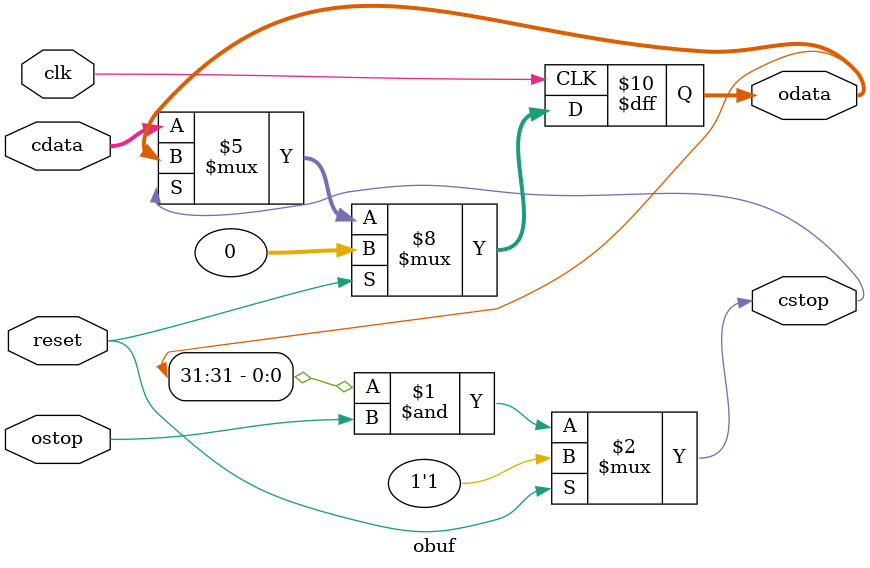
<source format=v>

`timescale 1ns/1ps

module regslice_both
#(parameter 
    DataWidth=32
)(
    input ap_clk ,
    input ap_rst,

    input [DataWidth-1:0] data_in , 
    input vld_in , 
    output ack_in ,
    output [DataWidth-1:0] data_out, 
    output vld_out,
    input ack_out,
    output apdone_blk
);
 
localparam W = DataWidth+1;

wire [W-1:0] cdata;
wire cstop;
wire [W-1:0] idata;
wire istop;
wire [W-1:0] odata;
wire ostop;

reg [1:0] count;

ibuf #(
  .W(W)
)
ibuf_inst(
  .clk(ap_clk),
  .reset(ap_rst),
  .idata(idata),
  .istop(istop),
  .cdata(cdata),
  .cstop(cstop)
);
 
 
obuf #(
  .W(W)
)
obuf_inst(
  .clk(ap_clk),
  .reset(ap_rst),
  .cdata(cdata),
  .cstop(cstop),
  .odata(odata),
  .ostop(ostop)
);

assign idata = {vld_in, data_in};
assign ack_in = ~istop;

assign vld_out = odata[W-1];
assign data_out = odata[W-2:0];
assign ostop = ~ack_out;

// count, indicate how many data in the regslice.
// 00 - null
// 10 - 0
// 11 - 1
// 01 - 2
always @ (posedge ap_clk) begin
    if (ap_rst == 1'b1) begin
        count <= 2'd0;
    end else begin
        if ((((2'd2 == count) & (1'b0 == vld_in)) | ((2'd3 == count) & (1'b0 == vld_in) & (1'b1 == ack_out)))) begin
            count <= 2'd2;
        end else if ((((2'd1 == count) & (1'b0 == ack_out)) | ((2'd3 == count) & (1'b0 == ack_out) & (1'b1 == vld_in)))) begin
            count <= 2'd1;
        end else if (((~((1'b0 == vld_in) & (1'b1 == ack_out)) & ~((1'b0 == ack_out) & (1'b1 == vld_in)) & (2'd3 == count)) | ((2'd1 == count) & (1'b1 == ack_out)) | ((2'd2 == count) & (1'b1 == vld_in)))) begin
            count <= 2'd3;
        end else begin
            count <= 2'd2;
        end
    end
end

assign apdone_blk = ((count == 2'd3 && ack_out == 1'b0) | (count == 2'd1));

endmodule // both


module regslice_forward 
#(parameter 
    DataWidth=32
)(
    input ap_clk ,
    input ap_rst,

    input [DataWidth-1:0] data_in , 
    input vld_in , 
    output ack_in ,
    output [DataWidth-1:0] data_out, 
    output vld_out,
    input ack_out,
    output apdone_blk
);
 
localparam W = DataWidth+1;

wire [W-1:0] cdata;
wire cstop;
wire [W-1:0] idata;
wire istop;
wire [W-1:0] odata;
wire ostop;

obuf #(
  .W(W)
)
obuf_inst(
  .clk(ap_clk),
  .reset(ap_rst),
  .cdata(idata),
  .cstop(istop),
  .odata(odata),
  .ostop(ostop)
);

assign idata = {vld_in, data_in};
assign ack_in = ~istop;

assign vld_out = odata[W-1];
assign data_out = odata[W-2:0];
assign ostop = ~ack_out;

assign apdone_blk = ((ap_rst == 1'b0)&(1'b0 == ack_out)&(1'b1 == vld_out));

endmodule //forward


module regslice_reverse 
#(parameter 
    DataWidth=32
)(
    input ap_clk ,
    input ap_rst,

    input [DataWidth-1:0] data_in , 
    input vld_in , 
    output ack_in ,
    output [DataWidth-1:0] data_out, 
    output vld_out,
    input ack_out,
    output apdone_blk
);
 
localparam W = DataWidth+1;

wire [W-1:0] cdata;
wire cstop;
wire [W-1:0] idata;
wire istop;
wire [W-1:0] odata;
wire ostop;

ibuf #(
  .W(W)
)
ibuf_inst(
  .clk(ap_clk),
  .reset(ap_rst),
  .idata(idata),
  .istop(istop),
  .cdata(odata),
  .cstop(ostop)
);
 
assign idata = {vld_in, data_in};
assign ack_in = ~istop;

assign vld_out = odata[W-1];
assign data_out = odata[W-2:0];
assign ostop = ~ack_out;

assign apdone_blk = ((ap_rst == 1'b0)&(ack_in == 1'b0));

endmodule //reverse

module regslice_both_w1 
#(parameter 
    DataWidth=32
)(
    input ap_clk ,
    input ap_rst,

    input data_in , 
    input vld_in , 
    output ack_in ,
    output data_out, 
    output vld_out,
    input ack_out,
    output apdone_blk
);
 
localparam W = 2;

wire [W-1:0] cdata;
wire cstop;
wire [W-1:0] idata;
wire istop;
wire [W-1:0] odata;
wire ostop;

reg [1:0] count;

ibuf #(
  .W(W)
)
ibuf_inst(
  .clk(ap_clk),
  .reset(ap_rst),
  .idata(idata),
  .istop(istop),
  .cdata(cdata),
  .cstop(cstop)
);
 
 
obuf #(
  .W(W)
)
obuf_inst(
  .clk(ap_clk),
  .reset(ap_rst),
  .cdata(cdata),
  .cstop(cstop),
  .odata(odata),
  .ostop(ostop)
);

assign idata = {vld_in, data_in};
assign ack_in = ~istop;

assign vld_out = odata[W-1];
assign data_out = odata[W-2:0];
assign ostop = ~ack_out;
// count, indicate how many data in the regslice.
// 00 - null
// 10 - 0
// 11 - 1
// 01 - 2
always @ (posedge ap_clk) begin
    if (ap_rst == 1'b1) begin
        count <= 2'd0;
    end else begin
        if ((((2'd2 == count) & (1'b0 == vld_in)) | ((2'd3 == count) & (1'b0 == vld_in) & (1'b1 == ack_out)))) begin
            count <= 2'd2;
        end else if ((((2'd1 == count) & (1'b0 == ack_out)) | ((2'd3 == count) & (1'b0 == ack_out) & (1'b1 == vld_in)))) begin
            count <= 2'd1;
        end else if (((~((1'b0 == vld_in) & (1'b1 == ack_out)) & ~((1'b0 == ack_out) & (1'b1 == vld_in)) & (2'd3 == count)) | ((2'd1 == count) & (1'b1 == ack_out)) | ((2'd2 == count) & (1'b1 == vld_in)))) begin
            count <= 2'd3;
        end else begin
            count <= 2'd2;
        end
    end
end

assign apdone_blk = ((count == 2'd3 && ack_out == 1'b0) | (count == 2'd1));

endmodule // both


module regslice_forward_w1 
#(parameter 
    DataWidth=1
)(
    input ap_clk ,
    input ap_rst,

    input data_in , 
    input vld_in , 
    output ack_in ,
    output data_out, 
    output vld_out,
    input ack_out,
    output apdone_blk
);
 
localparam W = 2;

wire [W-1:0] cdata;
wire cstop;
wire [W-1:0] idata;
wire istop;
wire [W-1:0] odata;
wire ostop;

obuf #(
  .W(W)
)
obuf_inst(
  .clk(ap_clk),
  .reset(ap_rst),
  .cdata(idata),
  .cstop(istop),
  .odata(odata),
  .ostop(ostop)
);

assign idata = {vld_in, data_in};
assign ack_in = ~istop;

assign vld_out = odata[W-1];
assign data_out = odata[W-2:0];
assign ostop = ~ack_out;

assign apdone_blk = ((ap_rst == 1'b0)&(1'b0 == ack_out)&(1'b1 == vld_out));

endmodule //forward


module regslice_reverse_w1 
#(parameter 
    DataWidth=1
)(
    input ap_clk ,
    input ap_rst,

    input data_in , 
    input vld_in , 
    output ack_in ,
    output data_out, 
    output vld_out,
    input ack_out,
    output apdone_blk
);
 
localparam W = 2;

wire [W-1:0] cdata;
wire cstop;
wire [W-1:0] idata;
wire istop;
wire [W-1:0] odata;
wire ostop;

ibuf #(
  .W(W)
)
ibuf_inst(
  .clk(ap_clk),
  .reset(ap_rst),
  .idata(idata),
  .istop(istop),
  .cdata(odata),
  .cstop(ostop)
);
 
assign idata = {vld_in, data_in};
assign ack_in = ~istop;

assign vld_out = odata[W-1];
assign data_out = odata[W-2:0];
assign ostop = ~ack_out;

assign apdone_blk = ((ap_rst == 1'b0)&(ack_in == 1'b0));

endmodule //reverse


module ibuf 
#(
    parameter W=32
)(
    input clk ,
    input reset,
    input [W-1:0] idata, 
    output istop ,
    output [W-1:0] cdata, 
    input cstop 
);
 
reg [W-1:0] ireg = {1'b0, {{W-1}{1'b0}}}; // Empty
 
assign istop = reset ? 1'b1 : ireg[W-1]; // Stop if buffering
assign cdata = istop ? ireg : idata ; // Send buffered
 
always @(posedge clk)
    if(reset)
        ireg <= {1'b0, {{W-1}{1'b0}}}; // Empty 
    else begin
        if (!cstop && ireg [W-1]) // Will core consume?
            ireg <= {1'b0, {{W-1}{1'b0}}}; // Yes: empty buffer
        else if ( cstop && !ireg[W-1]) // Core stop, empty?
            ireg <= idata; // Yes: load buffer
    end
 
endmodule

// Forward mode
module obuf 
#(
    parameter W=32
)(
    input clk ,
    input reset,
    input [W-1:0] cdata ,
    output cstop ,
    output reg [W-1:0] odata,
    input ostop 
);

// Stop the core when buffer full and output not ready
assign cstop = reset? 1'b1 : (odata[W-1] & ostop);
 
always @(posedge clk)
    if(reset)
        odata <= {1'b0, {{W-1}{1'b0}}};
    else
        if (!cstop) begin// Can we accept more data?
            odata <= cdata; // Yes: load the buffer
        end

endmodule

    









































































































































































































</source>
